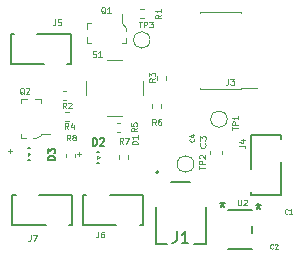
<source format=gbr>
%TF.GenerationSoftware,KiCad,Pcbnew,8.0.4+dfsg-1*%
%TF.CreationDate,2025-01-09T10:04:30-05:00*%
%TF.ProjectId,tag,7461672e-6b69-4636-9164-5f7063625858,1*%
%TF.SameCoordinates,Original*%
%TF.FileFunction,Legend,Top*%
%TF.FilePolarity,Positive*%
%FSLAX46Y46*%
G04 Gerber Fmt 4.6, Leading zero omitted, Abs format (unit mm)*
G04 Created by KiCad (PCBNEW 8.0.4+dfsg-1) date 2025-01-09 10:04:30*
%MOMM*%
%LPD*%
G01*
G04 APERTURE LIST*
%ADD10C,0.125000*%
%ADD11C,0.098425*%
%ADD12C,0.150000*%
%ADD13C,0.120000*%
%ADD14C,0.113500*%
%ADD15C,0.152400*%
%ADD16C,0.200000*%
%ADD17C,0.100000*%
G04 APERTURE END LIST*
D10*
X76334809Y-36950951D02*
X76334809Y-36665237D01*
X76834809Y-36808094D02*
X76334809Y-36808094D01*
X76834809Y-36498571D02*
X76334809Y-36498571D01*
X76334809Y-36498571D02*
X76334809Y-36308095D01*
X76334809Y-36308095D02*
X76358619Y-36260476D01*
X76358619Y-36260476D02*
X76382428Y-36236666D01*
X76382428Y-36236666D02*
X76430047Y-36212857D01*
X76430047Y-36212857D02*
X76501476Y-36212857D01*
X76501476Y-36212857D02*
X76549095Y-36236666D01*
X76549095Y-36236666D02*
X76572904Y-36260476D01*
X76572904Y-36260476D02*
X76596714Y-36308095D01*
X76596714Y-36308095D02*
X76596714Y-36498571D01*
X76834809Y-35736666D02*
X76834809Y-36022380D01*
X76834809Y-35879523D02*
X76334809Y-35879523D01*
X76334809Y-35879523D02*
X76406238Y-35927142D01*
X76406238Y-35927142D02*
X76453857Y-35974761D01*
X76453857Y-35974761D02*
X76477666Y-36022380D01*
D11*
X73069519Y-37675616D02*
X73088267Y-37694364D01*
X73088267Y-37694364D02*
X73107014Y-37750607D01*
X73107014Y-37750607D02*
X73107014Y-37788102D01*
X73107014Y-37788102D02*
X73088267Y-37844345D01*
X73088267Y-37844345D02*
X73050771Y-37881841D01*
X73050771Y-37881841D02*
X73013276Y-37900588D01*
X73013276Y-37900588D02*
X72938285Y-37919336D01*
X72938285Y-37919336D02*
X72882042Y-37919336D01*
X72882042Y-37919336D02*
X72807052Y-37900588D01*
X72807052Y-37900588D02*
X72769556Y-37881841D01*
X72769556Y-37881841D02*
X72732061Y-37844345D01*
X72732061Y-37844345D02*
X72713313Y-37788102D01*
X72713313Y-37788102D02*
X72713313Y-37750607D01*
X72713313Y-37750607D02*
X72732061Y-37694364D01*
X72732061Y-37694364D02*
X72750809Y-37675616D01*
X72844547Y-37338158D02*
X73107014Y-37338158D01*
X72694566Y-37431897D02*
X72975781Y-37525635D01*
X72975781Y-37525635D02*
X72975781Y-37281915D01*
D10*
X62266666Y-35114809D02*
X62100000Y-34876714D01*
X61980952Y-35114809D02*
X61980952Y-34614809D01*
X61980952Y-34614809D02*
X62171428Y-34614809D01*
X62171428Y-34614809D02*
X62219047Y-34638619D01*
X62219047Y-34638619D02*
X62242857Y-34662428D01*
X62242857Y-34662428D02*
X62266666Y-34710047D01*
X62266666Y-34710047D02*
X62266666Y-34781476D01*
X62266666Y-34781476D02*
X62242857Y-34829095D01*
X62242857Y-34829095D02*
X62219047Y-34852904D01*
X62219047Y-34852904D02*
X62171428Y-34876714D01*
X62171428Y-34876714D02*
X61980952Y-34876714D01*
X62457143Y-34662428D02*
X62480952Y-34638619D01*
X62480952Y-34638619D02*
X62528571Y-34614809D01*
X62528571Y-34614809D02*
X62647619Y-34614809D01*
X62647619Y-34614809D02*
X62695238Y-34638619D01*
X62695238Y-34638619D02*
X62719047Y-34662428D01*
X62719047Y-34662428D02*
X62742857Y-34710047D01*
X62742857Y-34710047D02*
X62742857Y-34757666D01*
X62742857Y-34757666D02*
X62719047Y-34829095D01*
X62719047Y-34829095D02*
X62433333Y-35114809D01*
X62433333Y-35114809D02*
X62742857Y-35114809D01*
D12*
X71626667Y-45499820D02*
X71626667Y-46214105D01*
X71626667Y-46214105D02*
X71579048Y-46356962D01*
X71579048Y-46356962D02*
X71483810Y-46452201D01*
X71483810Y-46452201D02*
X71340953Y-46499820D01*
X71340953Y-46499820D02*
X71245715Y-46499820D01*
X72626667Y-46499820D02*
X72055239Y-46499820D01*
X72340953Y-46499820D02*
X72340953Y-45499820D01*
X72340953Y-45499820D02*
X72245715Y-45642677D01*
X72245715Y-45642677D02*
X72150477Y-45737915D01*
X72150477Y-45737915D02*
X72055239Y-45785534D01*
D10*
X62466666Y-36854809D02*
X62300000Y-36616714D01*
X62180952Y-36854809D02*
X62180952Y-36354809D01*
X62180952Y-36354809D02*
X62371428Y-36354809D01*
X62371428Y-36354809D02*
X62419047Y-36378619D01*
X62419047Y-36378619D02*
X62442857Y-36402428D01*
X62442857Y-36402428D02*
X62466666Y-36450047D01*
X62466666Y-36450047D02*
X62466666Y-36521476D01*
X62466666Y-36521476D02*
X62442857Y-36569095D01*
X62442857Y-36569095D02*
X62419047Y-36592904D01*
X62419047Y-36592904D02*
X62371428Y-36616714D01*
X62371428Y-36616714D02*
X62180952Y-36616714D01*
X62895238Y-36521476D02*
X62895238Y-36854809D01*
X62776190Y-36331000D02*
X62657143Y-36688142D01*
X62657143Y-36688142D02*
X62966666Y-36688142D01*
X75993333Y-32614809D02*
X75993333Y-32971952D01*
X75993333Y-32971952D02*
X75969524Y-33043380D01*
X75969524Y-33043380D02*
X75921905Y-33091000D01*
X75921905Y-33091000D02*
X75850476Y-33114809D01*
X75850476Y-33114809D02*
X75802857Y-33114809D01*
X76183809Y-32614809D02*
X76493333Y-32614809D01*
X76493333Y-32614809D02*
X76326666Y-32805285D01*
X76326666Y-32805285D02*
X76398095Y-32805285D01*
X76398095Y-32805285D02*
X76445714Y-32829095D01*
X76445714Y-32829095D02*
X76469523Y-32852904D01*
X76469523Y-32852904D02*
X76493333Y-32900523D01*
X76493333Y-32900523D02*
X76493333Y-33019571D01*
X76493333Y-33019571D02*
X76469523Y-33067190D01*
X76469523Y-33067190D02*
X76445714Y-33091000D01*
X76445714Y-33091000D02*
X76398095Y-33114809D01*
X76398095Y-33114809D02*
X76255238Y-33114809D01*
X76255238Y-33114809D02*
X76207619Y-33091000D01*
X76207619Y-33091000D02*
X76183809Y-33067190D01*
X64993333Y-45534809D02*
X64993333Y-45891952D01*
X64993333Y-45891952D02*
X64969524Y-45963380D01*
X64969524Y-45963380D02*
X64921905Y-46011000D01*
X64921905Y-46011000D02*
X64850476Y-46034809D01*
X64850476Y-46034809D02*
X64802857Y-46034809D01*
X65445714Y-45534809D02*
X65350476Y-45534809D01*
X65350476Y-45534809D02*
X65302857Y-45558619D01*
X65302857Y-45558619D02*
X65279047Y-45582428D01*
X65279047Y-45582428D02*
X65231428Y-45653857D01*
X65231428Y-45653857D02*
X65207619Y-45749095D01*
X65207619Y-45749095D02*
X65207619Y-45939571D01*
X65207619Y-45939571D02*
X65231428Y-45987190D01*
X65231428Y-45987190D02*
X65255238Y-46011000D01*
X65255238Y-46011000D02*
X65302857Y-46034809D01*
X65302857Y-46034809D02*
X65398095Y-46034809D01*
X65398095Y-46034809D02*
X65445714Y-46011000D01*
X65445714Y-46011000D02*
X65469523Y-45987190D01*
X65469523Y-45987190D02*
X65493333Y-45939571D01*
X65493333Y-45939571D02*
X65493333Y-45820523D01*
X65493333Y-45820523D02*
X65469523Y-45772904D01*
X65469523Y-45772904D02*
X65445714Y-45749095D01*
X65445714Y-45749095D02*
X65398095Y-45725285D01*
X65398095Y-45725285D02*
X65302857Y-45725285D01*
X65302857Y-45725285D02*
X65255238Y-45749095D01*
X65255238Y-45749095D02*
X65231428Y-45772904D01*
X65231428Y-45772904D02*
X65207619Y-45820523D01*
X65602380Y-27062428D02*
X65554761Y-27038619D01*
X65554761Y-27038619D02*
X65507142Y-26991000D01*
X65507142Y-26991000D02*
X65435714Y-26919571D01*
X65435714Y-26919571D02*
X65388095Y-26895761D01*
X65388095Y-26895761D02*
X65340476Y-26895761D01*
X65364285Y-27014809D02*
X65316666Y-26991000D01*
X65316666Y-26991000D02*
X65269047Y-26943380D01*
X65269047Y-26943380D02*
X65245238Y-26848142D01*
X65245238Y-26848142D02*
X65245238Y-26681476D01*
X65245238Y-26681476D02*
X65269047Y-26586238D01*
X65269047Y-26586238D02*
X65316666Y-26538619D01*
X65316666Y-26538619D02*
X65364285Y-26514809D01*
X65364285Y-26514809D02*
X65459523Y-26514809D01*
X65459523Y-26514809D02*
X65507142Y-26538619D01*
X65507142Y-26538619D02*
X65554761Y-26586238D01*
X65554761Y-26586238D02*
X65578571Y-26681476D01*
X65578571Y-26681476D02*
X65578571Y-26848142D01*
X65578571Y-26848142D02*
X65554761Y-26943380D01*
X65554761Y-26943380D02*
X65507142Y-26991000D01*
X65507142Y-26991000D02*
X65459523Y-27014809D01*
X65459523Y-27014809D02*
X65364285Y-27014809D01*
X66054762Y-27014809D02*
X65769048Y-27014809D01*
X65911905Y-27014809D02*
X65911905Y-26514809D01*
X65911905Y-26514809D02*
X65864286Y-26586238D01*
X65864286Y-26586238D02*
X65816667Y-26633857D01*
X65816667Y-26633857D02*
X65769048Y-26657666D01*
D11*
X81024383Y-43989519D02*
X81005635Y-44008267D01*
X81005635Y-44008267D02*
X80949392Y-44027014D01*
X80949392Y-44027014D02*
X80911897Y-44027014D01*
X80911897Y-44027014D02*
X80855654Y-44008267D01*
X80855654Y-44008267D02*
X80818159Y-43970771D01*
X80818159Y-43970771D02*
X80799411Y-43933276D01*
X80799411Y-43933276D02*
X80780663Y-43858285D01*
X80780663Y-43858285D02*
X80780663Y-43802042D01*
X80780663Y-43802042D02*
X80799411Y-43727052D01*
X80799411Y-43727052D02*
X80818159Y-43689556D01*
X80818159Y-43689556D02*
X80855654Y-43652061D01*
X80855654Y-43652061D02*
X80911897Y-43633313D01*
X80911897Y-43633313D02*
X80949392Y-43633313D01*
X80949392Y-43633313D02*
X81005635Y-43652061D01*
X81005635Y-43652061D02*
X81024383Y-43670809D01*
X81399336Y-44027014D02*
X81174364Y-44027014D01*
X81286850Y-44027014D02*
X81286850Y-43633313D01*
X81286850Y-43633313D02*
X81249355Y-43689556D01*
X81249355Y-43689556D02*
X81211860Y-43727052D01*
X81211860Y-43727052D02*
X81174364Y-43745799D01*
D10*
X76924809Y-38256666D02*
X77281952Y-38256666D01*
X77281952Y-38256666D02*
X77353380Y-38280475D01*
X77353380Y-38280475D02*
X77401000Y-38328094D01*
X77401000Y-38328094D02*
X77424809Y-38399523D01*
X77424809Y-38399523D02*
X77424809Y-38447142D01*
X77091476Y-37804285D02*
X77424809Y-37804285D01*
X76901000Y-37923333D02*
X77258142Y-38042380D01*
X77258142Y-38042380D02*
X77258142Y-37732857D01*
X68324809Y-38149047D02*
X67824809Y-38149047D01*
X67824809Y-38149047D02*
X67824809Y-38029999D01*
X67824809Y-38029999D02*
X67848619Y-37958571D01*
X67848619Y-37958571D02*
X67896238Y-37910952D01*
X67896238Y-37910952D02*
X67943857Y-37887142D01*
X67943857Y-37887142D02*
X68039095Y-37863333D01*
X68039095Y-37863333D02*
X68110523Y-37863333D01*
X68110523Y-37863333D02*
X68205761Y-37887142D01*
X68205761Y-37887142D02*
X68253380Y-37910952D01*
X68253380Y-37910952D02*
X68301000Y-37958571D01*
X68301000Y-37958571D02*
X68324809Y-38029999D01*
X68324809Y-38029999D02*
X68324809Y-38149047D01*
X68324809Y-37387142D02*
X68324809Y-37672856D01*
X68324809Y-37529999D02*
X67824809Y-37529999D01*
X67824809Y-37529999D02*
X67896238Y-37577618D01*
X67896238Y-37577618D02*
X67943857Y-37625237D01*
X67943857Y-37625237D02*
X67967666Y-37672856D01*
D12*
X64527618Y-38248276D02*
X64527618Y-37608276D01*
X64527618Y-37608276D02*
X64679999Y-37608276D01*
X64679999Y-37608276D02*
X64771428Y-37638752D01*
X64771428Y-37638752D02*
X64832380Y-37699704D01*
X64832380Y-37699704D02*
X64862857Y-37760657D01*
X64862857Y-37760657D02*
X64893333Y-37882561D01*
X64893333Y-37882561D02*
X64893333Y-37973990D01*
X64893333Y-37973990D02*
X64862857Y-38095895D01*
X64862857Y-38095895D02*
X64832380Y-38156847D01*
X64832380Y-38156847D02*
X64771428Y-38217800D01*
X64771428Y-38217800D02*
X64679999Y-38248276D01*
X64679999Y-38248276D02*
X64527618Y-38248276D01*
X65137142Y-37669228D02*
X65167618Y-37638752D01*
X65167618Y-37638752D02*
X65228571Y-37608276D01*
X65228571Y-37608276D02*
X65380952Y-37608276D01*
X65380952Y-37608276D02*
X65441904Y-37638752D01*
X65441904Y-37638752D02*
X65472380Y-37669228D01*
X65472380Y-37669228D02*
X65502857Y-37730180D01*
X65502857Y-37730180D02*
X65502857Y-37791133D01*
X65502857Y-37791133D02*
X65472380Y-37882561D01*
X65472380Y-37882561D02*
X65106666Y-38248276D01*
X65106666Y-38248276D02*
X65502857Y-38248276D01*
D13*
X63197142Y-38992960D02*
X63562857Y-38992960D01*
X63379999Y-39175817D02*
X63379999Y-38810102D01*
D10*
X70324809Y-27163333D02*
X70086714Y-27329999D01*
X70324809Y-27449047D02*
X69824809Y-27449047D01*
X69824809Y-27449047D02*
X69824809Y-27258571D01*
X69824809Y-27258571D02*
X69848619Y-27210952D01*
X69848619Y-27210952D02*
X69872428Y-27187142D01*
X69872428Y-27187142D02*
X69920047Y-27163333D01*
X69920047Y-27163333D02*
X69991476Y-27163333D01*
X69991476Y-27163333D02*
X70039095Y-27187142D01*
X70039095Y-27187142D02*
X70062904Y-27210952D01*
X70062904Y-27210952D02*
X70086714Y-27258571D01*
X70086714Y-27258571D02*
X70086714Y-27449047D01*
X70324809Y-26687142D02*
X70324809Y-26972856D01*
X70324809Y-26829999D02*
X69824809Y-26829999D01*
X69824809Y-26829999D02*
X69896238Y-26877618D01*
X69896238Y-26877618D02*
X69943857Y-26925237D01*
X69943857Y-26925237D02*
X69967666Y-26972856D01*
D14*
X62616666Y-37824127D02*
X62450000Y-37607936D01*
X62330952Y-37824127D02*
X62330952Y-37370127D01*
X62330952Y-37370127D02*
X62521428Y-37370127D01*
X62521428Y-37370127D02*
X62569047Y-37391746D01*
X62569047Y-37391746D02*
X62592857Y-37413365D01*
X62592857Y-37413365D02*
X62616666Y-37456603D01*
X62616666Y-37456603D02*
X62616666Y-37521460D01*
X62616666Y-37521460D02*
X62592857Y-37564698D01*
X62592857Y-37564698D02*
X62569047Y-37586317D01*
X62569047Y-37586317D02*
X62521428Y-37607936D01*
X62521428Y-37607936D02*
X62330952Y-37607936D01*
X62902381Y-37564698D02*
X62854762Y-37543079D01*
X62854762Y-37543079D02*
X62830952Y-37521460D01*
X62830952Y-37521460D02*
X62807143Y-37478222D01*
X62807143Y-37478222D02*
X62807143Y-37456603D01*
X62807143Y-37456603D02*
X62830952Y-37413365D01*
X62830952Y-37413365D02*
X62854762Y-37391746D01*
X62854762Y-37391746D02*
X62902381Y-37370127D01*
X62902381Y-37370127D02*
X62997619Y-37370127D01*
X62997619Y-37370127D02*
X63045238Y-37391746D01*
X63045238Y-37391746D02*
X63069047Y-37413365D01*
X63069047Y-37413365D02*
X63092857Y-37456603D01*
X63092857Y-37456603D02*
X63092857Y-37478222D01*
X63092857Y-37478222D02*
X63069047Y-37521460D01*
X63069047Y-37521460D02*
X63045238Y-37543079D01*
X63045238Y-37543079D02*
X62997619Y-37564698D01*
X62997619Y-37564698D02*
X62902381Y-37564698D01*
X62902381Y-37564698D02*
X62854762Y-37586317D01*
X62854762Y-37586317D02*
X62830952Y-37607936D01*
X62830952Y-37607936D02*
X62807143Y-37651174D01*
X62807143Y-37651174D02*
X62807143Y-37737650D01*
X62807143Y-37737650D02*
X62830952Y-37780888D01*
X62830952Y-37780888D02*
X62854762Y-37802508D01*
X62854762Y-37802508D02*
X62902381Y-37824127D01*
X62902381Y-37824127D02*
X62997619Y-37824127D01*
X62997619Y-37824127D02*
X63045238Y-37802508D01*
X63045238Y-37802508D02*
X63069047Y-37780888D01*
X63069047Y-37780888D02*
X63092857Y-37737650D01*
X63092857Y-37737650D02*
X63092857Y-37651174D01*
X63092857Y-37651174D02*
X63069047Y-37607936D01*
X63069047Y-37607936D02*
X63045238Y-37586317D01*
X63045238Y-37586317D02*
X62997619Y-37564698D01*
D10*
X69804809Y-32563333D02*
X69566714Y-32729999D01*
X69804809Y-32849047D02*
X69304809Y-32849047D01*
X69304809Y-32849047D02*
X69304809Y-32658571D01*
X69304809Y-32658571D02*
X69328619Y-32610952D01*
X69328619Y-32610952D02*
X69352428Y-32587142D01*
X69352428Y-32587142D02*
X69400047Y-32563333D01*
X69400047Y-32563333D02*
X69471476Y-32563333D01*
X69471476Y-32563333D02*
X69519095Y-32587142D01*
X69519095Y-32587142D02*
X69542904Y-32610952D01*
X69542904Y-32610952D02*
X69566714Y-32658571D01*
X69566714Y-32658571D02*
X69566714Y-32849047D01*
X69304809Y-32396666D02*
X69304809Y-32087142D01*
X69304809Y-32087142D02*
X69495285Y-32253809D01*
X69495285Y-32253809D02*
X69495285Y-32182380D01*
X69495285Y-32182380D02*
X69519095Y-32134761D01*
X69519095Y-32134761D02*
X69542904Y-32110952D01*
X69542904Y-32110952D02*
X69590523Y-32087142D01*
X69590523Y-32087142D02*
X69709571Y-32087142D01*
X69709571Y-32087142D02*
X69757190Y-32110952D01*
X69757190Y-32110952D02*
X69781000Y-32134761D01*
X69781000Y-32134761D02*
X69804809Y-32182380D01*
X69804809Y-32182380D02*
X69804809Y-32325237D01*
X69804809Y-32325237D02*
X69781000Y-32372856D01*
X69781000Y-32372856D02*
X69757190Y-32396666D01*
D12*
X61338276Y-39502381D02*
X60698276Y-39502381D01*
X60698276Y-39502381D02*
X60698276Y-39350000D01*
X60698276Y-39350000D02*
X60728752Y-39258571D01*
X60728752Y-39258571D02*
X60789704Y-39197619D01*
X60789704Y-39197619D02*
X60850657Y-39167142D01*
X60850657Y-39167142D02*
X60972561Y-39136666D01*
X60972561Y-39136666D02*
X61063990Y-39136666D01*
X61063990Y-39136666D02*
X61185895Y-39167142D01*
X61185895Y-39167142D02*
X61246847Y-39197619D01*
X61246847Y-39197619D02*
X61307800Y-39258571D01*
X61307800Y-39258571D02*
X61338276Y-39350000D01*
X61338276Y-39350000D02*
X61338276Y-39502381D01*
X60698276Y-38923333D02*
X60698276Y-38527142D01*
X60698276Y-38527142D02*
X60942085Y-38740476D01*
X60942085Y-38740476D02*
X60942085Y-38649047D01*
X60942085Y-38649047D02*
X60972561Y-38588095D01*
X60972561Y-38588095D02*
X61003038Y-38557619D01*
X61003038Y-38557619D02*
X61063990Y-38527142D01*
X61063990Y-38527142D02*
X61216371Y-38527142D01*
X61216371Y-38527142D02*
X61277323Y-38557619D01*
X61277323Y-38557619D02*
X61307800Y-38588095D01*
X61307800Y-38588095D02*
X61338276Y-38649047D01*
X61338276Y-38649047D02*
X61338276Y-38831904D01*
X61338276Y-38831904D02*
X61307800Y-38892857D01*
X61307800Y-38892857D02*
X61277323Y-38923333D01*
D13*
X57337142Y-38732960D02*
X57702857Y-38732960D01*
X57519999Y-38915817D02*
X57519999Y-38550102D01*
D10*
X64524048Y-30731000D02*
X64595476Y-30754809D01*
X64595476Y-30754809D02*
X64714524Y-30754809D01*
X64714524Y-30754809D02*
X64762143Y-30731000D01*
X64762143Y-30731000D02*
X64785952Y-30707190D01*
X64785952Y-30707190D02*
X64809762Y-30659571D01*
X64809762Y-30659571D02*
X64809762Y-30611952D01*
X64809762Y-30611952D02*
X64785952Y-30564333D01*
X64785952Y-30564333D02*
X64762143Y-30540523D01*
X64762143Y-30540523D02*
X64714524Y-30516714D01*
X64714524Y-30516714D02*
X64619286Y-30492904D01*
X64619286Y-30492904D02*
X64571667Y-30469095D01*
X64571667Y-30469095D02*
X64547857Y-30445285D01*
X64547857Y-30445285D02*
X64524048Y-30397666D01*
X64524048Y-30397666D02*
X64524048Y-30350047D01*
X64524048Y-30350047D02*
X64547857Y-30302428D01*
X64547857Y-30302428D02*
X64571667Y-30278619D01*
X64571667Y-30278619D02*
X64619286Y-30254809D01*
X64619286Y-30254809D02*
X64738333Y-30254809D01*
X64738333Y-30254809D02*
X64809762Y-30278619D01*
X65285952Y-30754809D02*
X65000238Y-30754809D01*
X65143095Y-30754809D02*
X65143095Y-30254809D01*
X65143095Y-30254809D02*
X65095476Y-30326238D01*
X65095476Y-30326238D02*
X65047857Y-30373857D01*
X65047857Y-30373857D02*
X65000238Y-30397666D01*
X68399048Y-27754809D02*
X68684762Y-27754809D01*
X68541905Y-28254809D02*
X68541905Y-27754809D01*
X68851428Y-28254809D02*
X68851428Y-27754809D01*
X68851428Y-27754809D02*
X69041904Y-27754809D01*
X69041904Y-27754809D02*
X69089523Y-27778619D01*
X69089523Y-27778619D02*
X69113333Y-27802428D01*
X69113333Y-27802428D02*
X69137142Y-27850047D01*
X69137142Y-27850047D02*
X69137142Y-27921476D01*
X69137142Y-27921476D02*
X69113333Y-27969095D01*
X69113333Y-27969095D02*
X69089523Y-27992904D01*
X69089523Y-27992904D02*
X69041904Y-28016714D01*
X69041904Y-28016714D02*
X68851428Y-28016714D01*
X69303809Y-27754809D02*
X69613333Y-27754809D01*
X69613333Y-27754809D02*
X69446666Y-27945285D01*
X69446666Y-27945285D02*
X69518095Y-27945285D01*
X69518095Y-27945285D02*
X69565714Y-27969095D01*
X69565714Y-27969095D02*
X69589523Y-27992904D01*
X69589523Y-27992904D02*
X69613333Y-28040523D01*
X69613333Y-28040523D02*
X69613333Y-28159571D01*
X69613333Y-28159571D02*
X69589523Y-28207190D01*
X69589523Y-28207190D02*
X69565714Y-28231000D01*
X69565714Y-28231000D02*
X69518095Y-28254809D01*
X69518095Y-28254809D02*
X69375238Y-28254809D01*
X69375238Y-28254809D02*
X69327619Y-28231000D01*
X69327619Y-28231000D02*
X69303809Y-28207190D01*
X73524809Y-40270951D02*
X73524809Y-39985237D01*
X74024809Y-40128094D02*
X73524809Y-40128094D01*
X74024809Y-39818571D02*
X73524809Y-39818571D01*
X73524809Y-39818571D02*
X73524809Y-39628095D01*
X73524809Y-39628095D02*
X73548619Y-39580476D01*
X73548619Y-39580476D02*
X73572428Y-39556666D01*
X73572428Y-39556666D02*
X73620047Y-39532857D01*
X73620047Y-39532857D02*
X73691476Y-39532857D01*
X73691476Y-39532857D02*
X73739095Y-39556666D01*
X73739095Y-39556666D02*
X73762904Y-39580476D01*
X73762904Y-39580476D02*
X73786714Y-39628095D01*
X73786714Y-39628095D02*
X73786714Y-39818571D01*
X73572428Y-39342380D02*
X73548619Y-39318571D01*
X73548619Y-39318571D02*
X73524809Y-39270952D01*
X73524809Y-39270952D02*
X73524809Y-39151904D01*
X73524809Y-39151904D02*
X73548619Y-39104285D01*
X73548619Y-39104285D02*
X73572428Y-39080476D01*
X73572428Y-39080476D02*
X73620047Y-39056666D01*
X73620047Y-39056666D02*
X73667666Y-39056666D01*
X73667666Y-39056666D02*
X73739095Y-39080476D01*
X73739095Y-39080476D02*
X74024809Y-39366190D01*
X74024809Y-39366190D02*
X74024809Y-39056666D01*
X68274809Y-36773333D02*
X68036714Y-36939999D01*
X68274809Y-37059047D02*
X67774809Y-37059047D01*
X67774809Y-37059047D02*
X67774809Y-36868571D01*
X67774809Y-36868571D02*
X67798619Y-36820952D01*
X67798619Y-36820952D02*
X67822428Y-36797142D01*
X67822428Y-36797142D02*
X67870047Y-36773333D01*
X67870047Y-36773333D02*
X67941476Y-36773333D01*
X67941476Y-36773333D02*
X67989095Y-36797142D01*
X67989095Y-36797142D02*
X68012904Y-36820952D01*
X68012904Y-36820952D02*
X68036714Y-36868571D01*
X68036714Y-36868571D02*
X68036714Y-37059047D01*
X67774809Y-36320952D02*
X67774809Y-36559047D01*
X67774809Y-36559047D02*
X68012904Y-36582856D01*
X68012904Y-36582856D02*
X67989095Y-36559047D01*
X67989095Y-36559047D02*
X67965285Y-36511428D01*
X67965285Y-36511428D02*
X67965285Y-36392380D01*
X67965285Y-36392380D02*
X67989095Y-36344761D01*
X67989095Y-36344761D02*
X68012904Y-36320952D01*
X68012904Y-36320952D02*
X68060523Y-36297142D01*
X68060523Y-36297142D02*
X68179571Y-36297142D01*
X68179571Y-36297142D02*
X68227190Y-36320952D01*
X68227190Y-36320952D02*
X68251000Y-36344761D01*
X68251000Y-36344761D02*
X68274809Y-36392380D01*
X68274809Y-36392380D02*
X68274809Y-36511428D01*
X68274809Y-36511428D02*
X68251000Y-36559047D01*
X68251000Y-36559047D02*
X68227190Y-36582856D01*
X69866666Y-36504809D02*
X69700000Y-36266714D01*
X69580952Y-36504809D02*
X69580952Y-36004809D01*
X69580952Y-36004809D02*
X69771428Y-36004809D01*
X69771428Y-36004809D02*
X69819047Y-36028619D01*
X69819047Y-36028619D02*
X69842857Y-36052428D01*
X69842857Y-36052428D02*
X69866666Y-36100047D01*
X69866666Y-36100047D02*
X69866666Y-36171476D01*
X69866666Y-36171476D02*
X69842857Y-36219095D01*
X69842857Y-36219095D02*
X69819047Y-36242904D01*
X69819047Y-36242904D02*
X69771428Y-36266714D01*
X69771428Y-36266714D02*
X69580952Y-36266714D01*
X70295238Y-36004809D02*
X70200000Y-36004809D01*
X70200000Y-36004809D02*
X70152381Y-36028619D01*
X70152381Y-36028619D02*
X70128571Y-36052428D01*
X70128571Y-36052428D02*
X70080952Y-36123857D01*
X70080952Y-36123857D02*
X70057143Y-36219095D01*
X70057143Y-36219095D02*
X70057143Y-36409571D01*
X70057143Y-36409571D02*
X70080952Y-36457190D01*
X70080952Y-36457190D02*
X70104762Y-36481000D01*
X70104762Y-36481000D02*
X70152381Y-36504809D01*
X70152381Y-36504809D02*
X70247619Y-36504809D01*
X70247619Y-36504809D02*
X70295238Y-36481000D01*
X70295238Y-36481000D02*
X70319047Y-36457190D01*
X70319047Y-36457190D02*
X70342857Y-36409571D01*
X70342857Y-36409571D02*
X70342857Y-36290523D01*
X70342857Y-36290523D02*
X70319047Y-36242904D01*
X70319047Y-36242904D02*
X70295238Y-36219095D01*
X70295238Y-36219095D02*
X70247619Y-36195285D01*
X70247619Y-36195285D02*
X70152381Y-36195285D01*
X70152381Y-36195285D02*
X70104762Y-36219095D01*
X70104762Y-36219095D02*
X70080952Y-36242904D01*
X70080952Y-36242904D02*
X70057143Y-36290523D01*
X61333333Y-27574809D02*
X61333333Y-27931952D01*
X61333333Y-27931952D02*
X61309524Y-28003380D01*
X61309524Y-28003380D02*
X61261905Y-28051000D01*
X61261905Y-28051000D02*
X61190476Y-28074809D01*
X61190476Y-28074809D02*
X61142857Y-28074809D01*
X61809523Y-27574809D02*
X61571428Y-27574809D01*
X61571428Y-27574809D02*
X61547619Y-27812904D01*
X61547619Y-27812904D02*
X61571428Y-27789095D01*
X61571428Y-27789095D02*
X61619047Y-27765285D01*
X61619047Y-27765285D02*
X61738095Y-27765285D01*
X61738095Y-27765285D02*
X61785714Y-27789095D01*
X61785714Y-27789095D02*
X61809523Y-27812904D01*
X61809523Y-27812904D02*
X61833333Y-27860523D01*
X61833333Y-27860523D02*
X61833333Y-27979571D01*
X61833333Y-27979571D02*
X61809523Y-28027190D01*
X61809523Y-28027190D02*
X61785714Y-28051000D01*
X61785714Y-28051000D02*
X61738095Y-28074809D01*
X61738095Y-28074809D02*
X61619047Y-28074809D01*
X61619047Y-28074809D02*
X61571428Y-28051000D01*
X61571428Y-28051000D02*
X61547619Y-28027190D01*
X59263333Y-45824809D02*
X59263333Y-46181952D01*
X59263333Y-46181952D02*
X59239524Y-46253380D01*
X59239524Y-46253380D02*
X59191905Y-46301000D01*
X59191905Y-46301000D02*
X59120476Y-46324809D01*
X59120476Y-46324809D02*
X59072857Y-46324809D01*
X59453809Y-45824809D02*
X59787142Y-45824809D01*
X59787142Y-45824809D02*
X59572857Y-46324809D01*
X74037190Y-38048333D02*
X74061000Y-38079285D01*
X74061000Y-38079285D02*
X74084809Y-38172143D01*
X74084809Y-38172143D02*
X74084809Y-38234047D01*
X74084809Y-38234047D02*
X74061000Y-38326904D01*
X74061000Y-38326904D02*
X74013380Y-38388809D01*
X74013380Y-38388809D02*
X73965761Y-38419762D01*
X73965761Y-38419762D02*
X73870523Y-38450714D01*
X73870523Y-38450714D02*
X73799095Y-38450714D01*
X73799095Y-38450714D02*
X73703857Y-38419762D01*
X73703857Y-38419762D02*
X73656238Y-38388809D01*
X73656238Y-38388809D02*
X73608619Y-38326904D01*
X73608619Y-38326904D02*
X73584809Y-38234047D01*
X73584809Y-38234047D02*
X73584809Y-38172143D01*
X73584809Y-38172143D02*
X73608619Y-38079285D01*
X73608619Y-38079285D02*
X73632428Y-38048333D01*
X73584809Y-37831666D02*
X73584809Y-37429285D01*
X73584809Y-37429285D02*
X73775285Y-37645952D01*
X73775285Y-37645952D02*
X73775285Y-37553095D01*
X73775285Y-37553095D02*
X73799095Y-37491190D01*
X73799095Y-37491190D02*
X73822904Y-37460238D01*
X73822904Y-37460238D02*
X73870523Y-37429285D01*
X73870523Y-37429285D02*
X73989571Y-37429285D01*
X73989571Y-37429285D02*
X74037190Y-37460238D01*
X74037190Y-37460238D02*
X74061000Y-37491190D01*
X74061000Y-37491190D02*
X74084809Y-37553095D01*
X74084809Y-37553095D02*
X74084809Y-37738809D01*
X74084809Y-37738809D02*
X74061000Y-37800714D01*
X74061000Y-37800714D02*
X74037190Y-37831666D01*
X58712380Y-33902428D02*
X58664761Y-33878619D01*
X58664761Y-33878619D02*
X58617142Y-33831000D01*
X58617142Y-33831000D02*
X58545714Y-33759571D01*
X58545714Y-33759571D02*
X58498095Y-33735761D01*
X58498095Y-33735761D02*
X58450476Y-33735761D01*
X58474285Y-33854809D02*
X58426666Y-33831000D01*
X58426666Y-33831000D02*
X58379047Y-33783380D01*
X58379047Y-33783380D02*
X58355238Y-33688142D01*
X58355238Y-33688142D02*
X58355238Y-33521476D01*
X58355238Y-33521476D02*
X58379047Y-33426238D01*
X58379047Y-33426238D02*
X58426666Y-33378619D01*
X58426666Y-33378619D02*
X58474285Y-33354809D01*
X58474285Y-33354809D02*
X58569523Y-33354809D01*
X58569523Y-33354809D02*
X58617142Y-33378619D01*
X58617142Y-33378619D02*
X58664761Y-33426238D01*
X58664761Y-33426238D02*
X58688571Y-33521476D01*
X58688571Y-33521476D02*
X58688571Y-33688142D01*
X58688571Y-33688142D02*
X58664761Y-33783380D01*
X58664761Y-33783380D02*
X58617142Y-33831000D01*
X58617142Y-33831000D02*
X58569523Y-33854809D01*
X58569523Y-33854809D02*
X58474285Y-33854809D01*
X58879048Y-33402428D02*
X58902857Y-33378619D01*
X58902857Y-33378619D02*
X58950476Y-33354809D01*
X58950476Y-33354809D02*
X59069524Y-33354809D01*
X59069524Y-33354809D02*
X59117143Y-33378619D01*
X59117143Y-33378619D02*
X59140952Y-33402428D01*
X59140952Y-33402428D02*
X59164762Y-33450047D01*
X59164762Y-33450047D02*
X59164762Y-33497666D01*
X59164762Y-33497666D02*
X59140952Y-33569095D01*
X59140952Y-33569095D02*
X58855238Y-33854809D01*
X58855238Y-33854809D02*
X59164762Y-33854809D01*
X67086666Y-38104809D02*
X66920000Y-37866714D01*
X66800952Y-38104809D02*
X66800952Y-37604809D01*
X66800952Y-37604809D02*
X66991428Y-37604809D01*
X66991428Y-37604809D02*
X67039047Y-37628619D01*
X67039047Y-37628619D02*
X67062857Y-37652428D01*
X67062857Y-37652428D02*
X67086666Y-37700047D01*
X67086666Y-37700047D02*
X67086666Y-37771476D01*
X67086666Y-37771476D02*
X67062857Y-37819095D01*
X67062857Y-37819095D02*
X67039047Y-37842904D01*
X67039047Y-37842904D02*
X66991428Y-37866714D01*
X66991428Y-37866714D02*
X66800952Y-37866714D01*
X67253333Y-37604809D02*
X67586666Y-37604809D01*
X67586666Y-37604809D02*
X67372381Y-38104809D01*
X76796847Y-42824810D02*
X76796847Y-43229572D01*
X76796847Y-43229572D02*
X76820657Y-43277191D01*
X76820657Y-43277191D02*
X76844466Y-43301001D01*
X76844466Y-43301001D02*
X76892085Y-43324810D01*
X76892085Y-43324810D02*
X76987323Y-43324810D01*
X76987323Y-43324810D02*
X77034942Y-43301001D01*
X77034942Y-43301001D02*
X77058752Y-43277191D01*
X77058752Y-43277191D02*
X77082561Y-43229572D01*
X77082561Y-43229572D02*
X77082561Y-42824810D01*
X77296848Y-42872429D02*
X77320657Y-42848620D01*
X77320657Y-42848620D02*
X77368276Y-42824810D01*
X77368276Y-42824810D02*
X77487324Y-42824810D01*
X77487324Y-42824810D02*
X77534943Y-42848620D01*
X77534943Y-42848620D02*
X77558752Y-42872429D01*
X77558752Y-42872429D02*
X77582562Y-42920048D01*
X77582562Y-42920048D02*
X77582562Y-42967667D01*
X77582562Y-42967667D02*
X77558752Y-43039096D01*
X77558752Y-43039096D02*
X77273038Y-43324810D01*
X77273038Y-43324810D02*
X77582562Y-43324810D01*
D12*
X78557800Y-43154820D02*
X78557800Y-43392915D01*
X78319705Y-43297677D02*
X78557800Y-43392915D01*
X78557800Y-43392915D02*
X78795895Y-43297677D01*
X78414943Y-43583391D02*
X78557800Y-43392915D01*
X78557800Y-43392915D02*
X78700657Y-43583391D01*
X75507800Y-43004820D02*
X75507800Y-43242915D01*
X75269705Y-43147677D02*
X75507800Y-43242915D01*
X75507800Y-43242915D02*
X75745895Y-43147677D01*
X75364943Y-43433391D02*
X75507800Y-43242915D01*
X75507800Y-43242915D02*
X75650657Y-43433391D01*
D11*
X79794383Y-46949519D02*
X79775635Y-46968267D01*
X79775635Y-46968267D02*
X79719392Y-46987014D01*
X79719392Y-46987014D02*
X79681897Y-46987014D01*
X79681897Y-46987014D02*
X79625654Y-46968267D01*
X79625654Y-46968267D02*
X79588159Y-46930771D01*
X79588159Y-46930771D02*
X79569411Y-46893276D01*
X79569411Y-46893276D02*
X79550663Y-46818285D01*
X79550663Y-46818285D02*
X79550663Y-46762042D01*
X79550663Y-46762042D02*
X79569411Y-46687052D01*
X79569411Y-46687052D02*
X79588159Y-46649556D01*
X79588159Y-46649556D02*
X79625654Y-46612061D01*
X79625654Y-46612061D02*
X79681897Y-46593313D01*
X79681897Y-46593313D02*
X79719392Y-46593313D01*
X79719392Y-46593313D02*
X79775635Y-46612061D01*
X79775635Y-46612061D02*
X79794383Y-46630809D01*
X79944364Y-46630809D02*
X79963112Y-46612061D01*
X79963112Y-46612061D02*
X80000607Y-46593313D01*
X80000607Y-46593313D02*
X80094346Y-46593313D01*
X80094346Y-46593313D02*
X80131841Y-46612061D01*
X80131841Y-46612061D02*
X80150589Y-46630809D01*
X80150589Y-46630809D02*
X80169336Y-46668304D01*
X80169336Y-46668304D02*
X80169336Y-46705799D01*
X80169336Y-46705799D02*
X80150589Y-46762042D01*
X80150589Y-46762042D02*
X79925617Y-46987014D01*
X79925617Y-46987014D02*
X80169336Y-46987014D01*
D13*
%TO.C,TP1*%
X75910000Y-36020000D02*
G75*
G02*
X74510000Y-36020000I-700000J0D01*
G01*
X74510000Y-36020000D02*
G75*
G02*
X75910000Y-36020000I700000J0D01*
G01*
%TO.C,R2*%
X62273641Y-33620000D02*
X61966359Y-33620000D01*
X62273641Y-34380000D02*
X61966359Y-34380000D01*
D15*
%TO.C,J1*%
X69839101Y-43455240D02*
X69839101Y-46550001D01*
X69839101Y-46550001D02*
X70797062Y-46550001D01*
X72779560Y-41343001D02*
X71140442Y-41343001D01*
X73122940Y-46550001D02*
X74080901Y-46550001D01*
X74080901Y-46550001D02*
X74080901Y-43455240D01*
D13*
%TO.C,R4*%
X62216359Y-35400000D02*
X62523641Y-35400000D01*
X62216359Y-36160000D02*
X62523641Y-36160000D01*
%TO.C,J3*%
X73565000Y-27030000D02*
X73565000Y-26965000D01*
X73565000Y-33435000D02*
X73565000Y-33370000D01*
X77095000Y-26965000D02*
X73565000Y-26965000D01*
X77095000Y-27030000D02*
X77095000Y-26965000D01*
X77095000Y-33435000D02*
X73565000Y-33435000D01*
X77095000Y-33435000D02*
X77095000Y-33370000D01*
X78420000Y-33370000D02*
X77095000Y-33370000D01*
D16*
%TO.C,J6*%
X63690000Y-42460000D02*
X63975000Y-42460000D01*
X63690000Y-45000000D02*
X63690000Y-42460000D01*
X65945000Y-42460000D02*
X68770000Y-42460000D01*
X66515000Y-45000000D02*
X63690000Y-45000000D01*
X68770000Y-42460000D02*
X68770000Y-45000000D01*
X68770000Y-45000000D02*
X68485000Y-45000000D01*
D17*
%TO.C,Q1*%
X64000000Y-27885000D02*
X64350000Y-27885000D01*
X64000000Y-28360000D02*
X64000000Y-27885000D01*
X64000000Y-29535000D02*
X64000000Y-29085000D01*
X64225000Y-29535000D02*
X64350000Y-29535000D01*
X64300000Y-29535000D02*
X64000000Y-29535000D01*
X66975000Y-27885000D02*
X66975000Y-27110000D01*
X67025000Y-27885000D02*
X66975000Y-27885000D01*
X67300000Y-28260000D02*
X67025000Y-27885000D01*
X67300000Y-28535000D02*
X67300000Y-28260000D01*
X67300000Y-29160000D02*
X67300000Y-29535000D01*
X67300000Y-29535000D02*
X67000000Y-29535000D01*
D16*
%TO.C,J4*%
X77940000Y-37400000D02*
X80480000Y-37400000D01*
X77940000Y-40225000D02*
X77940000Y-37400000D01*
X77940000Y-42480000D02*
X77940000Y-42195000D01*
X80480000Y-37400000D02*
X80480000Y-37685000D01*
X80480000Y-39655000D02*
X80480000Y-42480000D01*
X80480000Y-42480000D02*
X77940000Y-42480000D01*
%TO.C,D1*%
X70095000Y-40530000D02*
G75*
G02*
X69895000Y-40530000I-100000J0D01*
G01*
X69895000Y-40530000D02*
G75*
G02*
X70095000Y-40530000I100000J0D01*
G01*
D17*
%TO.C,D2*%
X64870000Y-39110000D02*
X65110000Y-39260000D01*
X64870000Y-39400000D02*
X64870000Y-39110000D01*
D16*
X64880000Y-38760000D02*
X65080000Y-38760000D01*
X65080000Y-39760000D02*
X64880000Y-39760000D01*
D17*
X65110000Y-39260000D02*
X64870000Y-39400000D01*
D13*
%TO.C,R1*%
X68526359Y-26700000D02*
X68833641Y-26700000D01*
X68526359Y-27460000D02*
X68833641Y-27460000D01*
%TO.C,R8*%
X62270000Y-39243641D02*
X62270000Y-38936359D01*
X63030000Y-39243641D02*
X63030000Y-38936359D01*
%TO.C,R3*%
X70000000Y-32396359D02*
X70000000Y-32703641D01*
X70760000Y-32396359D02*
X70760000Y-32703641D01*
D17*
%TO.C,D3*%
X59010000Y-38850000D02*
X59250000Y-39000000D01*
X59010000Y-39140000D02*
X59010000Y-38850000D01*
D16*
X59020000Y-38500000D02*
X59220000Y-38500000D01*
X59220000Y-39500000D02*
X59020000Y-39500000D01*
D17*
X59250000Y-39000000D02*
X59010000Y-39140000D01*
%TO.C,S1*%
X63965000Y-33380000D02*
X63965000Y-32780000D01*
X63965000Y-33380000D02*
X63965000Y-33980000D01*
X66365000Y-30980000D02*
X65765000Y-30980000D01*
X66365000Y-30980000D02*
X66965000Y-30980000D01*
X66365000Y-35780000D02*
X65765000Y-35780000D01*
X66365000Y-35780000D02*
X66965000Y-35780000D01*
X68765000Y-33380000D02*
X68765000Y-32780000D01*
X68765000Y-33380000D02*
X68765000Y-33980000D01*
D13*
%TO.C,TP3*%
X69380000Y-29310000D02*
G75*
G02*
X67980000Y-29310000I-700000J0D01*
G01*
X67980000Y-29310000D02*
G75*
G02*
X69380000Y-29310000I700000J0D01*
G01*
%TO.C,TP2*%
X73080000Y-39820000D02*
G75*
G02*
X71680000Y-39820000I-700000J0D01*
G01*
X71680000Y-39820000D02*
G75*
G02*
X73080000Y-39820000I700000J0D01*
G01*
%TO.C,R5*%
X66843641Y-36330000D02*
X66536359Y-36330000D01*
X66843641Y-37090000D02*
X66536359Y-37090000D01*
%TO.C,R6*%
X69540000Y-35073641D02*
X69540000Y-34766359D01*
X70300000Y-35073641D02*
X70300000Y-34766359D01*
D16*
%TO.C,J5*%
X57570000Y-28800000D02*
X57855000Y-28800000D01*
X57570000Y-31340000D02*
X57570000Y-28800000D01*
X59825000Y-28800000D02*
X62650000Y-28800000D01*
X60395000Y-31340000D02*
X57570000Y-31340000D01*
X62650000Y-28800000D02*
X62650000Y-31340000D01*
X62650000Y-31340000D02*
X62365000Y-31340000D01*
%TO.C,J7*%
X57720000Y-42480000D02*
X58005000Y-42480000D01*
X57720000Y-45020000D02*
X57720000Y-42480000D01*
X59975000Y-42480000D02*
X62800000Y-42480000D01*
X60545000Y-45020000D02*
X57720000Y-45020000D01*
X62800000Y-42480000D02*
X62800000Y-45020000D01*
X62800000Y-45020000D02*
X62515000Y-45020000D01*
D13*
%TO.C,C3*%
X74440000Y-38679420D02*
X74440000Y-38960580D01*
X75460000Y-38679420D02*
X75460000Y-38960580D01*
D17*
%TO.C,Q2*%
X58485000Y-34300000D02*
X58935000Y-34300000D01*
X58485000Y-34525000D02*
X58485000Y-34650000D01*
X58485000Y-34600000D02*
X58485000Y-34300000D01*
X58485000Y-37600000D02*
X58485000Y-37300000D01*
X58860000Y-37600000D02*
X58485000Y-37600000D01*
X59485000Y-37600000D02*
X59760000Y-37600000D01*
X59660000Y-34300000D02*
X60135000Y-34300000D01*
X59760000Y-37600000D02*
X60135000Y-37325000D01*
X60135000Y-34300000D02*
X60135000Y-34650000D01*
X60135000Y-37275000D02*
X60910000Y-37275000D01*
X60135000Y-37325000D02*
X60135000Y-37275000D01*
D13*
%TO.C,R7*%
X66770000Y-39353641D02*
X66770000Y-39046359D01*
X67530000Y-39353641D02*
X67530000Y-39046359D01*
D15*
%TO.C,U2*%
X76004500Y-47011001D02*
X78011100Y-47011001D01*
X78011100Y-43709001D02*
X76004500Y-43709001D01*
X78011100Y-45697862D02*
X78011100Y-45022140D01*
%TD*%
M02*

</source>
